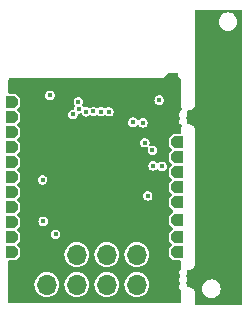
<source format=gbr>
%TF.GenerationSoftware,KiCad,Pcbnew,(5.99.0-10506-gb986797469)*%
%TF.CreationDate,2021-09-09T23:38:44+02:00*%
%TF.ProjectId,ESP31,45535033-312e-46b6-9963-61645f706362,rev?*%
%TF.SameCoordinates,Original*%
%TF.FileFunction,Copper,L2,Inr*%
%TF.FilePolarity,Positive*%
%FSLAX46Y46*%
G04 Gerber Fmt 4.6, Leading zero omitted, Abs format (unit mm)*
G04 Created by KiCad (PCBNEW (5.99.0-10506-gb986797469)) date 2021-09-09 23:38:44*
%MOMM*%
%LPD*%
G01*
G04 APERTURE LIST*
G04 Aperture macros list*
%AMOutline5P*
0 Free polygon, 5 corners , with rotation*
0 The origin of the aperture is its center*
0 number of corners: always 8*
0 $1 to $10 corner X, Y*
0 $11 Rotation angle, in degrees counterclockwise*
0 create outline with 8 corners*
4,1,5,$1,$2,$3,$4,$5,$6,$7,$8,$9,$10,$1,$2,$11*%
%AMOutline6P*
0 Free polygon, 6 corners , with rotation*
0 The origin of the aperture is its center*
0 number of corners: always 6*
0 $1 to $12 corner X, Y*
0 $13 Rotation angle, in degrees counterclockwise*
0 create outline with 6 corners*
4,1,6,$1,$2,$3,$4,$5,$6,$7,$8,$9,$10,$11,$12,$1,$2,$13*%
%AMOutline7P*
0 Free polygon, 7 corners , with rotation*
0 The origin of the aperture is its center*
0 number of corners: always 7*
0 $1 to $14 corner X, Y*
0 $15 Rotation angle, in degrees counterclockwise*
0 create outline with 7 corners*
4,1,7,$1,$2,$3,$4,$5,$6,$7,$8,$9,$10,$11,$12,$13,$14,$1,$2,$15*%
%AMOutline8P*
0 Free polygon, 8 corners , with rotation*
0 The origin of the aperture is its center*
0 number of corners: always 8*
0 $1 to $16 corner X, Y*
0 $17 Rotation angle, in degrees counterclockwise*
0 create outline with 8 corners*
4,1,8,$1,$2,$3,$4,$5,$6,$7,$8,$9,$10,$11,$12,$13,$14,$15,$16,$1,$2,$17*%
G04 Aperture macros list end*
%TA.AperFunction,ComponentPad*%
%ADD10Outline6P,0.250000X-0.500000X-0.500000X-0.500000X-0.500000X0.500000X0.250000X0.500000X0.500000X0.250000X0.500000X-0.250000X180.000000*%
%TD*%
%TA.AperFunction,ComponentPad*%
%ADD11Outline6P,0.250000X-0.500000X-0.500000X-0.500000X-0.500000X0.500000X0.250000X0.500000X0.500000X0.250000X0.500000X-0.250000X0.000000*%
%TD*%
%TA.AperFunction,ComponentPad*%
%ADD12R,0.900000X0.500000*%
%TD*%
%TA.AperFunction,ComponentPad*%
%ADD13R,1.700000X1.700000*%
%TD*%
%TA.AperFunction,ComponentPad*%
%ADD14O,1.700000X1.700000*%
%TD*%
%TA.AperFunction,ViaPad*%
%ADD15C,0.400000*%
%TD*%
G04 APERTURE END LIST*
D10*
%TO.N,/IO5*%
%TO.C,J10*%
X118500000Y-107780000D03*
%TD*%
%TO.N,/IO21*%
%TO.C,J15*%
X118500000Y-101180000D03*
%TD*%
%TO.N,/IO10*%
%TO.C,J12*%
X118500000Y-109230000D03*
%TD*%
D11*
%TO.N,/IO34*%
%TO.C,J23*%
X104500000Y-102870000D03*
%TD*%
D10*
%TO.N,/IO19*%
%TO.C,J14*%
X118500000Y-103720000D03*
%TD*%
%TO.N,/IO9*%
%TO.C,J11*%
X118500000Y-110500000D03*
%TD*%
%TO.N,/IO23*%
%TO.C,J17*%
X118500000Y-104990000D03*
%TD*%
D11*
%TO.N,/IO35*%
%TO.C,J24*%
X104500000Y-100330000D03*
%TD*%
%TO.N,/IO25*%
%TO.C,J18*%
X104500000Y-107950000D03*
%TD*%
%TO.N,/IO27*%
%TO.C,J20*%
X104500000Y-110490000D03*
%TD*%
%TO.N,/IO33*%
%TO.C,J22*%
X104500000Y-106680000D03*
%TD*%
%TO.N,/IO26*%
%TO.C,J19*%
X104500000Y-109220000D03*
%TD*%
D10*
%TO.N,/IO18*%
%TO.C,J13*%
X118500000Y-106260000D03*
%TD*%
D12*
%TO.N,GND*%
%TO.C,AE1*%
X118150000Y-95625000D03*
%TD*%
D11*
%TO.N,/CAPN*%
%TO.C,J5*%
X104500000Y-105410000D03*
%TD*%
%TO.N,/SENS_VN*%
%TO.C,J6*%
X104500000Y-104140000D03*
%TD*%
D10*
%TO.N,/IO22*%
%TO.C,J16*%
X118500000Y-102450000D03*
%TD*%
D11*
%TO.N,/SENS_VP*%
%TO.C,J3*%
X104500000Y-97790000D03*
%TD*%
%TO.N,/IO32*%
%TO.C,J21*%
X104500000Y-101600000D03*
%TD*%
%TO.N,/CAPP*%
%TO.C,J4*%
X104500000Y-99060000D03*
%TD*%
D13*
%TO.N,GND*%
%TO.C,J1*%
X107460000Y-110725000D03*
D14*
%TO.N,/IO1*%
X107460000Y-113265000D03*
%TO.N,/IO2*%
X110000000Y-110725000D03*
%TO.N,/IO4*%
X110000000Y-113265000D03*
%TO.N,/IO0*%
X112540000Y-110725000D03*
%TO.N,/EN*%
X112540000Y-113265000D03*
%TO.N,/IO3*%
X115080000Y-110725000D03*
%TO.N,+3V3*%
X115080000Y-113265000D03*
%TD*%
D15*
%TO.N,GND*%
X117350000Y-96150000D03*
X116130000Y-97680000D03*
X105200000Y-96200000D03*
X109100000Y-109150000D03*
X113900000Y-97100000D03*
X104550000Y-96200000D03*
X113550000Y-96200000D03*
X111840000Y-112000000D03*
X114850000Y-98150000D03*
X108580000Y-107330000D03*
X118500000Y-98500000D03*
X116530000Y-97200000D03*
X116750000Y-96050000D03*
X111500000Y-103000000D03*
X106650000Y-98200000D03*
X108508800Y-97256600D03*
X104500000Y-113750000D03*
X110500000Y-102000000D03*
X108740000Y-113670000D03*
X118500000Y-97750000D03*
X106050000Y-96200000D03*
X118500000Y-100000000D03*
X115350000Y-96050000D03*
X116750000Y-96600000D03*
X115150000Y-96600000D03*
X112500000Y-102000000D03*
X112500000Y-104000000D03*
X118500000Y-96250000D03*
X111750000Y-96200000D03*
X118500000Y-99250000D03*
X114503200Y-96800000D03*
X114400000Y-96200000D03*
X113374500Y-97587566D03*
X110150000Y-96200000D03*
X118500000Y-112750000D03*
X104500000Y-112750000D03*
X118500000Y-97000000D03*
X110500000Y-104000000D03*
X110810000Y-109140000D03*
X118500000Y-113750000D03*
X115450000Y-98050000D03*
X114450000Y-98700000D03*
%TO.N,/EN*%
X107725000Y-97227600D03*
X110162095Y-98373291D03*
%TO.N,+3V3*%
X110124000Y-97775000D03*
X114750000Y-99500000D03*
X116396800Y-101896800D03*
X115750000Y-101250000D03*
X107100000Y-104400000D03*
X116961978Y-97635519D03*
X116000000Y-105750000D03*
%TO.N,/IO1*%
X116464297Y-103214297D03*
%TO.N,/IO2*%
X107150980Y-107900000D03*
X115590000Y-99560000D03*
%TO.N,/IO4*%
X108200000Y-109000000D03*
%TO.N,/IO3*%
X117211935Y-103241894D03*
%TO.N,/SENS_VN*%
X110808929Y-98625870D03*
%TO.N,/SENS_VP*%
X112700500Y-98625000D03*
%TO.N,/CAPP*%
X112057502Y-98617052D03*
%TO.N,/CAPN*%
X111408098Y-98605879D03*
%TO.N,/IO34*%
X109668798Y-98858724D03*
%TD*%
%TA.AperFunction,NonConductor*%
G36*
X123959191Y-90018907D02*
G01*
X123995155Y-90068407D01*
X124000000Y-90099000D01*
X124000000Y-114901000D01*
X123981093Y-114959191D01*
X123931593Y-114995155D01*
X123901000Y-115000000D01*
X120099000Y-115000000D01*
X120040809Y-114981093D01*
X120004845Y-114931593D01*
X120000000Y-114901000D01*
X120000000Y-114025613D01*
X120001957Y-114009265D01*
X120005286Y-114007741D01*
X120002667Y-113936096D01*
X120004416Y-113934687D01*
X120002359Y-113927681D01*
X120002092Y-113920381D01*
X119999985Y-113919597D01*
X119964095Y-113797364D01*
X119965583Y-113795221D01*
X119961685Y-113789156D01*
X119959654Y-113782238D01*
X119957060Y-113781959D01*
X119888207Y-113674820D01*
X119889031Y-113672346D01*
X119883583Y-113667626D01*
X119879684Y-113661558D01*
X119877116Y-113662021D01*
X119850844Y-113639256D01*
X119799243Y-113594544D01*
X120618519Y-113594544D01*
X120636731Y-113767816D01*
X120692878Y-113932747D01*
X120784170Y-114081139D01*
X120906069Y-114205619D01*
X120910723Y-114208618D01*
X120910725Y-114208620D01*
X121047866Y-114297001D01*
X121052518Y-114299999D01*
X121216236Y-114359588D01*
X121350111Y-114376500D01*
X121444575Y-114376500D01*
X121468451Y-114373822D01*
X121567643Y-114362696D01*
X121567647Y-114362695D01*
X121573140Y-114362079D01*
X121737675Y-114304782D01*
X121885427Y-114212456D01*
X122009053Y-114089691D01*
X122102408Y-113942587D01*
X122160852Y-113778456D01*
X122181481Y-113605456D01*
X122163269Y-113432184D01*
X122107122Y-113267253D01*
X122015830Y-113118861D01*
X121893931Y-112994381D01*
X121889277Y-112991382D01*
X121889275Y-112991380D01*
X121752134Y-112902999D01*
X121747482Y-112900001D01*
X121583764Y-112840412D01*
X121449889Y-112823500D01*
X121355425Y-112823500D01*
X121331549Y-112826178D01*
X121232357Y-112837304D01*
X121232353Y-112837305D01*
X121226860Y-112837921D01*
X121062325Y-112895218D01*
X120914573Y-112987544D01*
X120871554Y-113030263D01*
X120800233Y-113101088D01*
X120790947Y-113110309D01*
X120697592Y-113257413D01*
X120639148Y-113421544D01*
X120638493Y-113427037D01*
X120621068Y-113573171D01*
X120618519Y-113594544D01*
X119799243Y-113594544D01*
X119789322Y-113585948D01*
X119789321Y-113585947D01*
X119780868Y-113578623D01*
X119780962Y-113576016D01*
X119774403Y-113573021D01*
X119768954Y-113568299D01*
X119766621Y-113569467D01*
X119664221Y-113522702D01*
X119660939Y-113521203D01*
X119660937Y-113521203D01*
X119650776Y-113516562D01*
X119650131Y-113514034D01*
X119642994Y-113513008D01*
X119636436Y-113510013D01*
X119634527Y-113511790D01*
X119508468Y-113493666D01*
X119507137Y-113491422D01*
X119500000Y-113492448D01*
X119492863Y-113491422D01*
X119491532Y-113493666D01*
X119465499Y-113497409D01*
X119405210Y-113486976D01*
X119362568Y-113443098D01*
X119352779Y-113390876D01*
X119353698Y-113380263D01*
X119353698Y-113380261D01*
X119354404Y-113372108D01*
X119326262Y-113258814D01*
X119262939Y-113160744D01*
X119262502Y-113160399D01*
X119238992Y-113108326D01*
X119251401Y-113048413D01*
X119264697Y-113030263D01*
X119291574Y-113001188D01*
X119297130Y-112995178D01*
X119300438Y-112987695D01*
X119300440Y-112987692D01*
X119341023Y-112895893D01*
X119341024Y-112895890D01*
X119344331Y-112888409D01*
X119349573Y-112827892D01*
X119353698Y-112780261D01*
X119353698Y-112780260D01*
X119354404Y-112772108D01*
X119326262Y-112658814D01*
X119262939Y-112560744D01*
X119262502Y-112560399D01*
X119238992Y-112508326D01*
X119251401Y-112448413D01*
X119264697Y-112430263D01*
X119291574Y-112401188D01*
X119297130Y-112395178D01*
X119300438Y-112387695D01*
X119300440Y-112387692D01*
X119341023Y-112295893D01*
X119341024Y-112295890D01*
X119344331Y-112288409D01*
X119349573Y-112227892D01*
X119353698Y-112180261D01*
X119353698Y-112180260D01*
X119354404Y-112172108D01*
X119342093Y-112122546D01*
X119346414Y-112061513D01*
X119385785Y-112014677D01*
X119445166Y-111999927D01*
X119452262Y-112000688D01*
X119491532Y-112006334D01*
X119492863Y-112008578D01*
X119500000Y-112007552D01*
X119507137Y-112008578D01*
X119508468Y-112006334D01*
X119634527Y-111988210D01*
X119636436Y-111989987D01*
X119642994Y-111986992D01*
X119650131Y-111985966D01*
X119650776Y-111983438D01*
X119700469Y-111960744D01*
X119756455Y-111935176D01*
X119756456Y-111935175D01*
X119766621Y-111930533D01*
X119768954Y-111931701D01*
X119774403Y-111926979D01*
X119780962Y-111923984D01*
X119780868Y-111921377D01*
X119785894Y-111917022D01*
X119785896Y-111917021D01*
X119847470Y-111863667D01*
X119877116Y-111837979D01*
X119879684Y-111838442D01*
X119883583Y-111832374D01*
X119889031Y-111827654D01*
X119888207Y-111825180D01*
X119957060Y-111718041D01*
X119959654Y-111717762D01*
X119961685Y-111710844D01*
X119965583Y-111704779D01*
X119964095Y-111702636D01*
X119999985Y-111580403D01*
X120002092Y-111579619D01*
X120002359Y-111572319D01*
X120004416Y-111565313D01*
X120002667Y-111563904D01*
X120005286Y-111492259D01*
X120001833Y-111490678D01*
X120000000Y-111477559D01*
X120000000Y-100225613D01*
X120001957Y-100209265D01*
X120005286Y-100207741D01*
X120002667Y-100136096D01*
X120004416Y-100134687D01*
X120002359Y-100127681D01*
X120002092Y-100120381D01*
X119999985Y-100119597D01*
X119964095Y-99997364D01*
X119965583Y-99995221D01*
X119961685Y-99989156D01*
X119959654Y-99982238D01*
X119957060Y-99981959D01*
X119888207Y-99874820D01*
X119889031Y-99872346D01*
X119883583Y-99867626D01*
X119879684Y-99861558D01*
X119877116Y-99862021D01*
X119780868Y-99778623D01*
X119780962Y-99776016D01*
X119774403Y-99773021D01*
X119768954Y-99768299D01*
X119766621Y-99769467D01*
X119760571Y-99766704D01*
X119660939Y-99721203D01*
X119660937Y-99721203D01*
X119650776Y-99716562D01*
X119650131Y-99714034D01*
X119642994Y-99713008D01*
X119636436Y-99710013D01*
X119634527Y-99711790D01*
X119508468Y-99693666D01*
X119507137Y-99691422D01*
X119500000Y-99692448D01*
X119492863Y-99691422D01*
X119491532Y-99693666D01*
X119414335Y-99704765D01*
X119354046Y-99694332D01*
X119311403Y-99650454D01*
X119302696Y-99589891D01*
X119309700Y-99566744D01*
X119341023Y-99495893D01*
X119341024Y-99495890D01*
X119344331Y-99488409D01*
X119349573Y-99427892D01*
X119353698Y-99380261D01*
X119353698Y-99380260D01*
X119354404Y-99372108D01*
X119326262Y-99258814D01*
X119262939Y-99160744D01*
X119262502Y-99160399D01*
X119238992Y-99108326D01*
X119251401Y-99048413D01*
X119264697Y-99030263D01*
X119291574Y-99001188D01*
X119297130Y-98995178D01*
X119300438Y-98987695D01*
X119300440Y-98987692D01*
X119341023Y-98895893D01*
X119341024Y-98895890D01*
X119344331Y-98888409D01*
X119349573Y-98827892D01*
X119353698Y-98780261D01*
X119353698Y-98780260D01*
X119354404Y-98772108D01*
X119326262Y-98658814D01*
X119318742Y-98647167D01*
X119303062Y-98588026D01*
X119325138Y-98530963D01*
X119376540Y-98497773D01*
X119416000Y-98495475D01*
X119466975Y-98502803D01*
X119491532Y-98506334D01*
X119492863Y-98508578D01*
X119500000Y-98507552D01*
X119507137Y-98508578D01*
X119508468Y-98506334D01*
X119634527Y-98488210D01*
X119636436Y-98489987D01*
X119642994Y-98486992D01*
X119650131Y-98485966D01*
X119650776Y-98483438D01*
X119664221Y-98477298D01*
X119756455Y-98435176D01*
X119756456Y-98435175D01*
X119766621Y-98430533D01*
X119768954Y-98431701D01*
X119774403Y-98426979D01*
X119780962Y-98423984D01*
X119780868Y-98421377D01*
X119785894Y-98417022D01*
X119785896Y-98417021D01*
X119834054Y-98375291D01*
X119877116Y-98337979D01*
X119879684Y-98338442D01*
X119883583Y-98332374D01*
X119889031Y-98327654D01*
X119888207Y-98325180D01*
X119957060Y-98218041D01*
X119959654Y-98217762D01*
X119961685Y-98210844D01*
X119965583Y-98204779D01*
X119964095Y-98202636D01*
X119999985Y-98080403D01*
X120002092Y-98079619D01*
X120002359Y-98072319D01*
X120004416Y-98065313D01*
X120002667Y-98063904D01*
X120005286Y-97992259D01*
X120001833Y-97990678D01*
X120000000Y-97977559D01*
X120000000Y-90994544D01*
X122018519Y-90994544D01*
X122036731Y-91167816D01*
X122092878Y-91332747D01*
X122184170Y-91481139D01*
X122306069Y-91605619D01*
X122310723Y-91608618D01*
X122310725Y-91608620D01*
X122447866Y-91697001D01*
X122452518Y-91699999D01*
X122616236Y-91759588D01*
X122750111Y-91776500D01*
X122844575Y-91776500D01*
X122868451Y-91773822D01*
X122967643Y-91762696D01*
X122967647Y-91762695D01*
X122973140Y-91762079D01*
X123137675Y-91704782D01*
X123285427Y-91612456D01*
X123409053Y-91489691D01*
X123502408Y-91342587D01*
X123560852Y-91178456D01*
X123581481Y-91005456D01*
X123563269Y-90832184D01*
X123507122Y-90667253D01*
X123415830Y-90518861D01*
X123293931Y-90394381D01*
X123289277Y-90391382D01*
X123289275Y-90391380D01*
X123152134Y-90302999D01*
X123147482Y-90300001D01*
X122983764Y-90240412D01*
X122849889Y-90223500D01*
X122755425Y-90223500D01*
X122731549Y-90226178D01*
X122632357Y-90237304D01*
X122632353Y-90237305D01*
X122626860Y-90237921D01*
X122462325Y-90295218D01*
X122314573Y-90387544D01*
X122190947Y-90510309D01*
X122097592Y-90657413D01*
X122039148Y-90821544D01*
X122018519Y-90994544D01*
X120000000Y-90994544D01*
X120000000Y-90099000D01*
X120018907Y-90040809D01*
X120068407Y-90004845D01*
X120099000Y-90000000D01*
X123901000Y-90000000D01*
X123959191Y-90018907D01*
G37*
%TD.AperFunction*%
%TA.AperFunction,Conductor*%
%TO.N,GND*%
G36*
X118417774Y-95418907D02*
G01*
X118428869Y-95428286D01*
X118770286Y-95762806D01*
X118798618Y-95817036D01*
X118800000Y-95833520D01*
X118800000Y-97946418D01*
X118798228Y-97965063D01*
X118794329Y-97985395D01*
X118794534Y-97990994D01*
X118796157Y-98035375D01*
X118793067Y-98035488D01*
X118793232Y-98037213D01*
X118795457Y-98037080D01*
X118795457Y-98037082D01*
X118797360Y-98069002D01*
X118797466Y-98071202D01*
X118798553Y-98100909D01*
X118799467Y-98104335D01*
X118799689Y-98108052D01*
X118801265Y-98113421D01*
X118801266Y-98113424D01*
X118807806Y-98135697D01*
X118808467Y-98138057D01*
X118816842Y-98169434D01*
X118813845Y-98170234D01*
X118814175Y-98172146D01*
X118818164Y-98170974D01*
X118818165Y-98170975D01*
X118834816Y-98227683D01*
X118835009Y-98228619D01*
X118834443Y-98234073D01*
X118845714Y-98265419D01*
X118847537Y-98271008D01*
X118852389Y-98287532D01*
X118855099Y-98292379D01*
X118855883Y-98294245D01*
X118856604Y-98295708D01*
X118858499Y-98300976D01*
X118861526Y-98305686D01*
X118861527Y-98305688D01*
X118867700Y-98315294D01*
X118870823Y-98320497D01*
X118886524Y-98348575D01*
X118898422Y-98408593D01*
X118872771Y-98464141D01*
X118847128Y-98484019D01*
X118782112Y-98519100D01*
X118776559Y-98525108D01*
X118776558Y-98525108D01*
X118767540Y-98534864D01*
X118702870Y-98604822D01*
X118699562Y-98612305D01*
X118699560Y-98612308D01*
X118658977Y-98704107D01*
X118658976Y-98704110D01*
X118655669Y-98711591D01*
X118654963Y-98719739D01*
X118654963Y-98719740D01*
X118649928Y-98777871D01*
X118645596Y-98827892D01*
X118647569Y-98835834D01*
X118647569Y-98835836D01*
X118655987Y-98869723D01*
X118673738Y-98941186D01*
X118678177Y-98948060D01*
X118678177Y-98948061D01*
X118684247Y-98957462D01*
X118737061Y-99039256D01*
X118737498Y-99039601D01*
X118761008Y-99091674D01*
X118748599Y-99151587D01*
X118735304Y-99169736D01*
X118702870Y-99204822D01*
X118699562Y-99212305D01*
X118699560Y-99212308D01*
X118658977Y-99304107D01*
X118658976Y-99304110D01*
X118655669Y-99311591D01*
X118654963Y-99319739D01*
X118654963Y-99319740D01*
X118646302Y-99419739D01*
X118645596Y-99427892D01*
X118647569Y-99435834D01*
X118647569Y-99435836D01*
X118668672Y-99520792D01*
X118673738Y-99541186D01*
X118737061Y-99639256D01*
X118743486Y-99644321D01*
X118743487Y-99644322D01*
X118782899Y-99675391D01*
X118828737Y-99711527D01*
X118836459Y-99714239D01*
X118843628Y-99718180D01*
X118842236Y-99720711D01*
X118880092Y-99749608D01*
X118897617Y-99808230D01*
X118884968Y-99854357D01*
X118870942Y-99879337D01*
X118867903Y-99884391D01*
X118861603Y-99894193D01*
X118861601Y-99894197D01*
X118858603Y-99898862D01*
X118856717Y-99904078D01*
X118855811Y-99905911D01*
X118855182Y-99907405D01*
X118852443Y-99912283D01*
X118850867Y-99917652D01*
X118850864Y-99917658D01*
X118847645Y-99928621D01*
X118845758Y-99934387D01*
X118838278Y-99955076D01*
X118838277Y-99955081D01*
X118834488Y-99965562D01*
X118835061Y-99971175D01*
X118834844Y-99972221D01*
X118818219Y-100028841D01*
X118815264Y-100027973D01*
X118814873Y-100029664D01*
X118817014Y-100030239D01*
X118808707Y-100061145D01*
X118808093Y-100063327D01*
X118799744Y-100091763D01*
X118799527Y-100095303D01*
X118798560Y-100098899D01*
X118798355Y-100104498D01*
X118798355Y-100104500D01*
X118797507Y-100127699D01*
X118797388Y-100130137D01*
X118795397Y-100162555D01*
X118792301Y-100162365D01*
X118792008Y-100164283D01*
X118796164Y-100164435D01*
X118794336Y-100214413D01*
X118795372Y-100219865D01*
X118798261Y-100235074D01*
X118800000Y-100253551D01*
X118800000Y-100380500D01*
X118781093Y-100438691D01*
X118731593Y-100474655D01*
X118701000Y-100479500D01*
X118166950Y-100479500D01*
X117799500Y-100846950D01*
X117799500Y-101513050D01*
X118031446Y-101744996D01*
X118059223Y-101799513D01*
X118049652Y-101859945D01*
X118031446Y-101885004D01*
X117799500Y-102116950D01*
X117799500Y-102783050D01*
X118031446Y-103014996D01*
X118059223Y-103069513D01*
X118049652Y-103129945D01*
X118031446Y-103155004D01*
X117799500Y-103386950D01*
X117799500Y-104053050D01*
X118031446Y-104284996D01*
X118059223Y-104339513D01*
X118049652Y-104399945D01*
X118031446Y-104425004D01*
X117799500Y-104656950D01*
X117799500Y-105323050D01*
X118031446Y-105554996D01*
X118059223Y-105609513D01*
X118049652Y-105669945D01*
X118031446Y-105695004D01*
X117799500Y-105926950D01*
X117799500Y-106593050D01*
X118156446Y-106949996D01*
X118184223Y-107004513D01*
X118174652Y-107064945D01*
X118156446Y-107090004D01*
X117799500Y-107446950D01*
X117799500Y-108113050D01*
X118121446Y-108434996D01*
X118149223Y-108489513D01*
X118139652Y-108549945D01*
X118121446Y-108575004D01*
X117799500Y-108896950D01*
X117799500Y-109563050D01*
X118031446Y-109794996D01*
X118059223Y-109849513D01*
X118049652Y-109909945D01*
X118031446Y-109935004D01*
X117799500Y-110166950D01*
X117799500Y-110833050D01*
X118166950Y-111200500D01*
X118701000Y-111200500D01*
X118759191Y-111219407D01*
X118795155Y-111268907D01*
X118800000Y-111299500D01*
X118800000Y-111446418D01*
X118798228Y-111465063D01*
X118794329Y-111485395D01*
X118794534Y-111490994D01*
X118796157Y-111535375D01*
X118793067Y-111535488D01*
X118793232Y-111537213D01*
X118795457Y-111537080D01*
X118795457Y-111537082D01*
X118797360Y-111569002D01*
X118797466Y-111571202D01*
X118798553Y-111600909D01*
X118799467Y-111604335D01*
X118799689Y-111608052D01*
X118801265Y-111613421D01*
X118801266Y-111613424D01*
X118807806Y-111635697D01*
X118808467Y-111638057D01*
X118816842Y-111669434D01*
X118813845Y-111670234D01*
X118814175Y-111672146D01*
X118818164Y-111670974D01*
X118818165Y-111670975D01*
X118834816Y-111727683D01*
X118835009Y-111728619D01*
X118834443Y-111734073D01*
X118845714Y-111765419D01*
X118847537Y-111771008D01*
X118852389Y-111787533D01*
X118850824Y-111787993D01*
X118855328Y-111841728D01*
X118823625Y-111894060D01*
X118805960Y-111906232D01*
X118782112Y-111919100D01*
X118702870Y-112004822D01*
X118699562Y-112012305D01*
X118699560Y-112012308D01*
X118658977Y-112104107D01*
X118658976Y-112104110D01*
X118655669Y-112111591D01*
X118654963Y-112119739D01*
X118654963Y-112119740D01*
X118647324Y-112207937D01*
X118645596Y-112227892D01*
X118647569Y-112235834D01*
X118647569Y-112235836D01*
X118662085Y-112294273D01*
X118673738Y-112341186D01*
X118678177Y-112348060D01*
X118678177Y-112348061D01*
X118703739Y-112387650D01*
X118737061Y-112439256D01*
X118737498Y-112439601D01*
X118761008Y-112491674D01*
X118748599Y-112551587D01*
X118735304Y-112569736D01*
X118702870Y-112604822D01*
X118699562Y-112612305D01*
X118699560Y-112612308D01*
X118658977Y-112704107D01*
X118658976Y-112704110D01*
X118655669Y-112711591D01*
X118654963Y-112719739D01*
X118654963Y-112719740D01*
X118646302Y-112819739D01*
X118645596Y-112827892D01*
X118673738Y-112941186D01*
X118737061Y-113039256D01*
X118737498Y-113039601D01*
X118761008Y-113091674D01*
X118748599Y-113151587D01*
X118735304Y-113169736D01*
X118702870Y-113204822D01*
X118699562Y-113212305D01*
X118699560Y-113212308D01*
X118658977Y-113304107D01*
X118658976Y-113304110D01*
X118655669Y-113311591D01*
X118654963Y-113319739D01*
X118654963Y-113319740D01*
X118654018Y-113330648D01*
X118645596Y-113427892D01*
X118647569Y-113435834D01*
X118647569Y-113435836D01*
X118661525Y-113492018D01*
X118673738Y-113541186D01*
X118737061Y-113639256D01*
X118743486Y-113644321D01*
X118743487Y-113644322D01*
X118795614Y-113685415D01*
X118829607Y-113736289D01*
X118829314Y-113791052D01*
X118818219Y-113828840D01*
X118815264Y-113827972D01*
X118814873Y-113829664D01*
X118817014Y-113830239D01*
X118808707Y-113861145D01*
X118808093Y-113863327D01*
X118799744Y-113891763D01*
X118799527Y-113895303D01*
X118798560Y-113898899D01*
X118798355Y-113904498D01*
X118798355Y-113904500D01*
X118797507Y-113927699D01*
X118797388Y-113930137D01*
X118795397Y-113962555D01*
X118792301Y-113962365D01*
X118792008Y-113964283D01*
X118796164Y-113964435D01*
X118794336Y-114014413D01*
X118795372Y-114019865D01*
X118798261Y-114035074D01*
X118800000Y-114053551D01*
X118800000Y-114701000D01*
X118781093Y-114759191D01*
X118731593Y-114795155D01*
X118701000Y-114800000D01*
X104299000Y-114800000D01*
X104240809Y-114781093D01*
X104204845Y-114731593D01*
X104200000Y-114701000D01*
X104200000Y-113250263D01*
X106404603Y-113250263D01*
X106408548Y-113297240D01*
X106420809Y-113443257D01*
X106421840Y-113455538D01*
X106423173Y-113460186D01*
X106423173Y-113460187D01*
X106474521Y-113639256D01*
X106478621Y-113653555D01*
X106572782Y-113836773D01*
X106700737Y-113998212D01*
X106704417Y-114001344D01*
X106704419Y-114001346D01*
X106765760Y-114053551D01*
X106857612Y-114131723D01*
X106861835Y-114134083D01*
X106861839Y-114134086D01*
X106907243Y-114159461D01*
X107037432Y-114232221D01*
X107042030Y-114233715D01*
X107228742Y-114294382D01*
X107228745Y-114294383D01*
X107233347Y-114295878D01*
X107437895Y-114320269D01*
X107442717Y-114319898D01*
X107442720Y-114319898D01*
X107638458Y-114304837D01*
X107638463Y-114304836D01*
X107643286Y-114304465D01*
X107841695Y-114249068D01*
X107872089Y-114233715D01*
X108021244Y-114158371D01*
X108021246Y-114158370D01*
X108025565Y-114156188D01*
X108187893Y-114029363D01*
X108191055Y-114025700D01*
X108191060Y-114025695D01*
X108300341Y-113899091D01*
X108322496Y-113873424D01*
X108329472Y-113861145D01*
X108421858Y-113698517D01*
X108421859Y-113698514D01*
X108424247Y-113694311D01*
X108427207Y-113685415D01*
X108487743Y-113503435D01*
X108487743Y-113503433D01*
X108489270Y-113498844D01*
X108490133Y-113492018D01*
X108511896Y-113319740D01*
X108515088Y-113294471D01*
X108515131Y-113291440D01*
X108515461Y-113267776D01*
X108515500Y-113265000D01*
X108515230Y-113262244D01*
X108514055Y-113250263D01*
X108944603Y-113250263D01*
X108948548Y-113297240D01*
X108960809Y-113443257D01*
X108961840Y-113455538D01*
X108963173Y-113460186D01*
X108963173Y-113460187D01*
X109014521Y-113639256D01*
X109018621Y-113653555D01*
X109112782Y-113836773D01*
X109240737Y-113998212D01*
X109244417Y-114001344D01*
X109244419Y-114001346D01*
X109305760Y-114053551D01*
X109397612Y-114131723D01*
X109401835Y-114134083D01*
X109401839Y-114134086D01*
X109447243Y-114159461D01*
X109577432Y-114232221D01*
X109582030Y-114233715D01*
X109768742Y-114294382D01*
X109768745Y-114294383D01*
X109773347Y-114295878D01*
X109977895Y-114320269D01*
X109982717Y-114319898D01*
X109982720Y-114319898D01*
X110178458Y-114304837D01*
X110178463Y-114304836D01*
X110183286Y-114304465D01*
X110381695Y-114249068D01*
X110412089Y-114233715D01*
X110561244Y-114158371D01*
X110561246Y-114158370D01*
X110565565Y-114156188D01*
X110727893Y-114029363D01*
X110731055Y-114025700D01*
X110731060Y-114025695D01*
X110840341Y-113899091D01*
X110862496Y-113873424D01*
X110869472Y-113861145D01*
X110961858Y-113698517D01*
X110961859Y-113698514D01*
X110964247Y-113694311D01*
X110967207Y-113685415D01*
X111027743Y-113503435D01*
X111027743Y-113503433D01*
X111029270Y-113498844D01*
X111030133Y-113492018D01*
X111051896Y-113319740D01*
X111055088Y-113294471D01*
X111055131Y-113291440D01*
X111055461Y-113267776D01*
X111055500Y-113265000D01*
X111055230Y-113262244D01*
X111054055Y-113250263D01*
X111484603Y-113250263D01*
X111488548Y-113297240D01*
X111500809Y-113443257D01*
X111501840Y-113455538D01*
X111503173Y-113460186D01*
X111503173Y-113460187D01*
X111554521Y-113639256D01*
X111558621Y-113653555D01*
X111652782Y-113836773D01*
X111780737Y-113998212D01*
X111784417Y-114001344D01*
X111784419Y-114001346D01*
X111845760Y-114053551D01*
X111937612Y-114131723D01*
X111941835Y-114134083D01*
X111941839Y-114134086D01*
X111987243Y-114159461D01*
X112117432Y-114232221D01*
X112122030Y-114233715D01*
X112308742Y-114294382D01*
X112308745Y-114294383D01*
X112313347Y-114295878D01*
X112517895Y-114320269D01*
X112522717Y-114319898D01*
X112522720Y-114319898D01*
X112718458Y-114304837D01*
X112718463Y-114304836D01*
X112723286Y-114304465D01*
X112921695Y-114249068D01*
X112952089Y-114233715D01*
X113101244Y-114158371D01*
X113101246Y-114158370D01*
X113105565Y-114156188D01*
X113267893Y-114029363D01*
X113271055Y-114025700D01*
X113271060Y-114025695D01*
X113380341Y-113899091D01*
X113402496Y-113873424D01*
X113409472Y-113861145D01*
X113501858Y-113698517D01*
X113501859Y-113698514D01*
X113504247Y-113694311D01*
X113507207Y-113685415D01*
X113567743Y-113503435D01*
X113567743Y-113503433D01*
X113569270Y-113498844D01*
X113570133Y-113492018D01*
X113591896Y-113319740D01*
X113595088Y-113294471D01*
X113595131Y-113291440D01*
X113595461Y-113267776D01*
X113595500Y-113265000D01*
X113595230Y-113262244D01*
X113594055Y-113250263D01*
X114024603Y-113250263D01*
X114028548Y-113297240D01*
X114040809Y-113443257D01*
X114041840Y-113455538D01*
X114043173Y-113460186D01*
X114043173Y-113460187D01*
X114094521Y-113639256D01*
X114098621Y-113653555D01*
X114192782Y-113836773D01*
X114320737Y-113998212D01*
X114324417Y-114001344D01*
X114324419Y-114001346D01*
X114385760Y-114053551D01*
X114477612Y-114131723D01*
X114481835Y-114134083D01*
X114481839Y-114134086D01*
X114527243Y-114159461D01*
X114657432Y-114232221D01*
X114662030Y-114233715D01*
X114848742Y-114294382D01*
X114848745Y-114294383D01*
X114853347Y-114295878D01*
X115057895Y-114320269D01*
X115062717Y-114319898D01*
X115062720Y-114319898D01*
X115258458Y-114304837D01*
X115258463Y-114304836D01*
X115263286Y-114304465D01*
X115461695Y-114249068D01*
X115492089Y-114233715D01*
X115641244Y-114158371D01*
X115641246Y-114158370D01*
X115645565Y-114156188D01*
X115807893Y-114029363D01*
X115811055Y-114025700D01*
X115811060Y-114025695D01*
X115920341Y-113899091D01*
X115942496Y-113873424D01*
X115949472Y-113861145D01*
X116041858Y-113698517D01*
X116041859Y-113698514D01*
X116044247Y-113694311D01*
X116047207Y-113685415D01*
X116107743Y-113503435D01*
X116107743Y-113503433D01*
X116109270Y-113498844D01*
X116110133Y-113492018D01*
X116131896Y-113319740D01*
X116135088Y-113294471D01*
X116135131Y-113291440D01*
X116135461Y-113267776D01*
X116135500Y-113265000D01*
X116135230Y-113262244D01*
X116115870Y-113064796D01*
X116115869Y-113064792D01*
X116115398Y-113059986D01*
X116112493Y-113050362D01*
X116077132Y-112933243D01*
X116055858Y-112862780D01*
X115959148Y-112680895D01*
X115828952Y-112521259D01*
X115812734Y-112507842D01*
X115673955Y-112393034D01*
X115673953Y-112393033D01*
X115670228Y-112389951D01*
X115489023Y-112291973D01*
X115425952Y-112272449D01*
X115296859Y-112232488D01*
X115296855Y-112232487D01*
X115292238Y-112231058D01*
X115287431Y-112230553D01*
X115287427Y-112230552D01*
X115092185Y-112210032D01*
X115092183Y-112210032D01*
X115087369Y-112209526D01*
X115019372Y-112215714D01*
X114887039Y-112227757D01*
X114887036Y-112227758D01*
X114882219Y-112228196D01*
X114877577Y-112229562D01*
X114877573Y-112229563D01*
X114689250Y-112284989D01*
X114689247Y-112284990D01*
X114684603Y-112286357D01*
X114680309Y-112288602D01*
X114506344Y-112379548D01*
X114506340Y-112379551D01*
X114502047Y-112381795D01*
X114498271Y-112384831D01*
X114498268Y-112384833D01*
X114434744Y-112435908D01*
X114341505Y-112510874D01*
X114268736Y-112597597D01*
X114212202Y-112664971D01*
X114212199Y-112664975D01*
X114209093Y-112668677D01*
X114109853Y-112849194D01*
X114047565Y-113045549D01*
X114024603Y-113250263D01*
X113594055Y-113250263D01*
X113575870Y-113064796D01*
X113575869Y-113064792D01*
X113575398Y-113059986D01*
X113572493Y-113050362D01*
X113537132Y-112933243D01*
X113515858Y-112862780D01*
X113419148Y-112680895D01*
X113288952Y-112521259D01*
X113272734Y-112507842D01*
X113133955Y-112393034D01*
X113133953Y-112393033D01*
X113130228Y-112389951D01*
X112949023Y-112291973D01*
X112885952Y-112272449D01*
X112756859Y-112232488D01*
X112756855Y-112232487D01*
X112752238Y-112231058D01*
X112747431Y-112230553D01*
X112747427Y-112230552D01*
X112552185Y-112210032D01*
X112552183Y-112210032D01*
X112547369Y-112209526D01*
X112479372Y-112215714D01*
X112347039Y-112227757D01*
X112347036Y-112227758D01*
X112342219Y-112228196D01*
X112337577Y-112229562D01*
X112337573Y-112229563D01*
X112149250Y-112284989D01*
X112149247Y-112284990D01*
X112144603Y-112286357D01*
X112140309Y-112288602D01*
X111966344Y-112379548D01*
X111966340Y-112379551D01*
X111962047Y-112381795D01*
X111958271Y-112384831D01*
X111958268Y-112384833D01*
X111894744Y-112435908D01*
X111801505Y-112510874D01*
X111728736Y-112597597D01*
X111672202Y-112664971D01*
X111672199Y-112664975D01*
X111669093Y-112668677D01*
X111569853Y-112849194D01*
X111507565Y-113045549D01*
X111484603Y-113250263D01*
X111054055Y-113250263D01*
X111035870Y-113064796D01*
X111035869Y-113064792D01*
X111035398Y-113059986D01*
X111032493Y-113050362D01*
X110997132Y-112933243D01*
X110975858Y-112862780D01*
X110879148Y-112680895D01*
X110748952Y-112521259D01*
X110732734Y-112507842D01*
X110593955Y-112393034D01*
X110593953Y-112393033D01*
X110590228Y-112389951D01*
X110409023Y-112291973D01*
X110345952Y-112272449D01*
X110216859Y-112232488D01*
X110216855Y-112232487D01*
X110212238Y-112231058D01*
X110207431Y-112230553D01*
X110207427Y-112230552D01*
X110012185Y-112210032D01*
X110012183Y-112210032D01*
X110007369Y-112209526D01*
X109939372Y-112215714D01*
X109807039Y-112227757D01*
X109807036Y-112227758D01*
X109802219Y-112228196D01*
X109797577Y-112229562D01*
X109797573Y-112229563D01*
X109609250Y-112284989D01*
X109609247Y-112284990D01*
X109604603Y-112286357D01*
X109600309Y-112288602D01*
X109426344Y-112379548D01*
X109426340Y-112379551D01*
X109422047Y-112381795D01*
X109418271Y-112384831D01*
X109418268Y-112384833D01*
X109354744Y-112435908D01*
X109261505Y-112510874D01*
X109188736Y-112597597D01*
X109132202Y-112664971D01*
X109132199Y-112664975D01*
X109129093Y-112668677D01*
X109029853Y-112849194D01*
X108967565Y-113045549D01*
X108944603Y-113250263D01*
X108514055Y-113250263D01*
X108495870Y-113064796D01*
X108495869Y-113064792D01*
X108495398Y-113059986D01*
X108492493Y-113050362D01*
X108457132Y-112933243D01*
X108435858Y-112862780D01*
X108339148Y-112680895D01*
X108208952Y-112521259D01*
X108192734Y-112507842D01*
X108053955Y-112393034D01*
X108053953Y-112393033D01*
X108050228Y-112389951D01*
X107869023Y-112291973D01*
X107805952Y-112272449D01*
X107676859Y-112232488D01*
X107676855Y-112232487D01*
X107672238Y-112231058D01*
X107667431Y-112230553D01*
X107667427Y-112230552D01*
X107472185Y-112210032D01*
X107472183Y-112210032D01*
X107467369Y-112209526D01*
X107399372Y-112215714D01*
X107267039Y-112227757D01*
X107267036Y-112227758D01*
X107262219Y-112228196D01*
X107257577Y-112229562D01*
X107257573Y-112229563D01*
X107069250Y-112284989D01*
X107069247Y-112284990D01*
X107064603Y-112286357D01*
X107060309Y-112288602D01*
X106886344Y-112379548D01*
X106886340Y-112379551D01*
X106882047Y-112381795D01*
X106878271Y-112384831D01*
X106878268Y-112384833D01*
X106814744Y-112435908D01*
X106721505Y-112510874D01*
X106648736Y-112597597D01*
X106592202Y-112664971D01*
X106592199Y-112664975D01*
X106589093Y-112668677D01*
X106489853Y-112849194D01*
X106427565Y-113045549D01*
X106404603Y-113250263D01*
X104200000Y-113250263D01*
X104200000Y-111289500D01*
X104218907Y-111231309D01*
X104268407Y-111195345D01*
X104299000Y-111190500D01*
X104833050Y-111190500D01*
X105200500Y-110823050D01*
X105200500Y-110710263D01*
X108944603Y-110710263D01*
X108961840Y-110915538D01*
X108963173Y-110920186D01*
X108963173Y-110920187D01*
X108990400Y-111015136D01*
X109018621Y-111113555D01*
X109112782Y-111296773D01*
X109240737Y-111458212D01*
X109244417Y-111461344D01*
X109244419Y-111461346D01*
X109280843Y-111492345D01*
X109397612Y-111591723D01*
X109401835Y-111594083D01*
X109401839Y-111594086D01*
X109453058Y-111622711D01*
X109577432Y-111692221D01*
X109582030Y-111693715D01*
X109768742Y-111754382D01*
X109768745Y-111754383D01*
X109773347Y-111755878D01*
X109977895Y-111780269D01*
X109982717Y-111779898D01*
X109982720Y-111779898D01*
X110178458Y-111764837D01*
X110178463Y-111764836D01*
X110183286Y-111764465D01*
X110381695Y-111709068D01*
X110412633Y-111693440D01*
X110561244Y-111618371D01*
X110561246Y-111618370D01*
X110565565Y-111616188D01*
X110727893Y-111489363D01*
X110731055Y-111485700D01*
X110731060Y-111485695D01*
X110859332Y-111337089D01*
X110862496Y-111333424D01*
X110885766Y-111292463D01*
X110961858Y-111158517D01*
X110961859Y-111158514D01*
X110964247Y-111154311D01*
X110979355Y-111108897D01*
X111027743Y-110963435D01*
X111027743Y-110963433D01*
X111029270Y-110958844D01*
X111034154Y-110920187D01*
X111054740Y-110757225D01*
X111055088Y-110754471D01*
X111055500Y-110725000D01*
X111054055Y-110710263D01*
X111484603Y-110710263D01*
X111501840Y-110915538D01*
X111503173Y-110920186D01*
X111503173Y-110920187D01*
X111530400Y-111015136D01*
X111558621Y-111113555D01*
X111652782Y-111296773D01*
X111780737Y-111458212D01*
X111784417Y-111461344D01*
X111784419Y-111461346D01*
X111820843Y-111492345D01*
X111937612Y-111591723D01*
X111941835Y-111594083D01*
X111941839Y-111594086D01*
X111993058Y-111622711D01*
X112117432Y-111692221D01*
X112122030Y-111693715D01*
X112308742Y-111754382D01*
X112308745Y-111754383D01*
X112313347Y-111755878D01*
X112517895Y-111780269D01*
X112522717Y-111779898D01*
X112522720Y-111779898D01*
X112718458Y-111764837D01*
X112718463Y-111764836D01*
X112723286Y-111764465D01*
X112921695Y-111709068D01*
X112952633Y-111693440D01*
X113101244Y-111618371D01*
X113101246Y-111618370D01*
X113105565Y-111616188D01*
X113267893Y-111489363D01*
X113271055Y-111485700D01*
X113271060Y-111485695D01*
X113399332Y-111337089D01*
X113402496Y-111333424D01*
X113425766Y-111292463D01*
X113501858Y-111158517D01*
X113501859Y-111158514D01*
X113504247Y-111154311D01*
X113519355Y-111108897D01*
X113567743Y-110963435D01*
X113567743Y-110963433D01*
X113569270Y-110958844D01*
X113574154Y-110920187D01*
X113594740Y-110757225D01*
X113595088Y-110754471D01*
X113595500Y-110725000D01*
X113594055Y-110710263D01*
X114024603Y-110710263D01*
X114041840Y-110915538D01*
X114043173Y-110920186D01*
X114043173Y-110920187D01*
X114070400Y-111015136D01*
X114098621Y-111113555D01*
X114192782Y-111296773D01*
X114320737Y-111458212D01*
X114324417Y-111461344D01*
X114324419Y-111461346D01*
X114360843Y-111492345D01*
X114477612Y-111591723D01*
X114481835Y-111594083D01*
X114481839Y-111594086D01*
X114533058Y-111622711D01*
X114657432Y-111692221D01*
X114662030Y-111693715D01*
X114848742Y-111754382D01*
X114848745Y-111754383D01*
X114853347Y-111755878D01*
X115057895Y-111780269D01*
X115062717Y-111779898D01*
X115062720Y-111779898D01*
X115258458Y-111764837D01*
X115258463Y-111764836D01*
X115263286Y-111764465D01*
X115461695Y-111709068D01*
X115492633Y-111693440D01*
X115641244Y-111618371D01*
X115641246Y-111618370D01*
X115645565Y-111616188D01*
X115807893Y-111489363D01*
X115811055Y-111485700D01*
X115811060Y-111485695D01*
X115939332Y-111337089D01*
X115942496Y-111333424D01*
X115965766Y-111292463D01*
X116041858Y-111158517D01*
X116041859Y-111158514D01*
X116044247Y-111154311D01*
X116059355Y-111108897D01*
X116107743Y-110963435D01*
X116107743Y-110963433D01*
X116109270Y-110958844D01*
X116114154Y-110920187D01*
X116134740Y-110757225D01*
X116135088Y-110754471D01*
X116135500Y-110725000D01*
X116115398Y-110519986D01*
X116112493Y-110510362D01*
X116057256Y-110327412D01*
X116055858Y-110322780D01*
X115959148Y-110140895D01*
X115828952Y-109981259D01*
X115806095Y-109962350D01*
X115673955Y-109853034D01*
X115673953Y-109853033D01*
X115670228Y-109849951D01*
X115550097Y-109784996D01*
X115493277Y-109754273D01*
X115493276Y-109754272D01*
X115489023Y-109751973D01*
X115425952Y-109732449D01*
X115296859Y-109692488D01*
X115296855Y-109692487D01*
X115292238Y-109691058D01*
X115287431Y-109690553D01*
X115287427Y-109690552D01*
X115092185Y-109670032D01*
X115092183Y-109670032D01*
X115087369Y-109669526D01*
X115019372Y-109675714D01*
X114887039Y-109687757D01*
X114887036Y-109687758D01*
X114882219Y-109688196D01*
X114877577Y-109689562D01*
X114877573Y-109689563D01*
X114689250Y-109744989D01*
X114689247Y-109744990D01*
X114684603Y-109746357D01*
X114644593Y-109767274D01*
X114506344Y-109839548D01*
X114506340Y-109839551D01*
X114502047Y-109841795D01*
X114498271Y-109844831D01*
X114498268Y-109844833D01*
X114466361Y-109870487D01*
X114341505Y-109970874D01*
X114329643Y-109985011D01*
X114212202Y-110124971D01*
X114212199Y-110124975D01*
X114209093Y-110128677D01*
X114109853Y-110309194D01*
X114047565Y-110505549D01*
X114024603Y-110710263D01*
X113594055Y-110710263D01*
X113575398Y-110519986D01*
X113572493Y-110510362D01*
X113517256Y-110327412D01*
X113515858Y-110322780D01*
X113419148Y-110140895D01*
X113288952Y-109981259D01*
X113266095Y-109962350D01*
X113133955Y-109853034D01*
X113133953Y-109853033D01*
X113130228Y-109849951D01*
X113010097Y-109784996D01*
X112953277Y-109754273D01*
X112953276Y-109754272D01*
X112949023Y-109751973D01*
X112885952Y-109732449D01*
X112756859Y-109692488D01*
X112756855Y-109692487D01*
X112752238Y-109691058D01*
X112747431Y-109690553D01*
X112747427Y-109690552D01*
X112552185Y-109670032D01*
X112552183Y-109670032D01*
X112547369Y-109669526D01*
X112479372Y-109675714D01*
X112347039Y-109687757D01*
X112347036Y-109687758D01*
X112342219Y-109688196D01*
X112337577Y-109689562D01*
X112337573Y-109689563D01*
X112149250Y-109744989D01*
X112149247Y-109744990D01*
X112144603Y-109746357D01*
X112104593Y-109767274D01*
X111966344Y-109839548D01*
X111966340Y-109839551D01*
X111962047Y-109841795D01*
X111958271Y-109844831D01*
X111958268Y-109844833D01*
X111926361Y-109870487D01*
X111801505Y-109970874D01*
X111789643Y-109985011D01*
X111672202Y-110124971D01*
X111672199Y-110124975D01*
X111669093Y-110128677D01*
X111569853Y-110309194D01*
X111507565Y-110505549D01*
X111484603Y-110710263D01*
X111054055Y-110710263D01*
X111035398Y-110519986D01*
X111032493Y-110510362D01*
X110977256Y-110327412D01*
X110975858Y-110322780D01*
X110879148Y-110140895D01*
X110748952Y-109981259D01*
X110726095Y-109962350D01*
X110593955Y-109853034D01*
X110593953Y-109853033D01*
X110590228Y-109849951D01*
X110470097Y-109784996D01*
X110413277Y-109754273D01*
X110413276Y-109754272D01*
X110409023Y-109751973D01*
X110345952Y-109732449D01*
X110216859Y-109692488D01*
X110216855Y-109692487D01*
X110212238Y-109691058D01*
X110207431Y-109690553D01*
X110207427Y-109690552D01*
X110012185Y-109670032D01*
X110012183Y-109670032D01*
X110007369Y-109669526D01*
X109939372Y-109675714D01*
X109807039Y-109687757D01*
X109807036Y-109687758D01*
X109802219Y-109688196D01*
X109797577Y-109689562D01*
X109797573Y-109689563D01*
X109609250Y-109744989D01*
X109609247Y-109744990D01*
X109604603Y-109746357D01*
X109564593Y-109767274D01*
X109426344Y-109839548D01*
X109426340Y-109839551D01*
X109422047Y-109841795D01*
X109418271Y-109844831D01*
X109418268Y-109844833D01*
X109386361Y-109870487D01*
X109261505Y-109970874D01*
X109249643Y-109985011D01*
X109132202Y-110124971D01*
X109132199Y-110124975D01*
X109129093Y-110128677D01*
X109029853Y-110309194D01*
X108967565Y-110505549D01*
X108944603Y-110710263D01*
X105200500Y-110710263D01*
X105200500Y-110156950D01*
X104968554Y-109925004D01*
X104940777Y-109870487D01*
X104950348Y-109810055D01*
X104968554Y-109784996D01*
X105200500Y-109553050D01*
X105200500Y-109000000D01*
X107794500Y-109000000D01*
X107814347Y-109125306D01*
X107871944Y-109238347D01*
X107961653Y-109328056D01*
X107968590Y-109331591D01*
X107968592Y-109331592D01*
X108067754Y-109382117D01*
X108074694Y-109385653D01*
X108082388Y-109386872D01*
X108082389Y-109386872D01*
X108192304Y-109404281D01*
X108200000Y-109405500D01*
X108207696Y-109404281D01*
X108317611Y-109386872D01*
X108317612Y-109386872D01*
X108325306Y-109385653D01*
X108332246Y-109382117D01*
X108431408Y-109331592D01*
X108431410Y-109331591D01*
X108438347Y-109328056D01*
X108528056Y-109238347D01*
X108585653Y-109125306D01*
X108605500Y-109000000D01*
X108601176Y-108972702D01*
X108586872Y-108882389D01*
X108586872Y-108882388D01*
X108585653Y-108874694D01*
X108528056Y-108761653D01*
X108438347Y-108671944D01*
X108431410Y-108668409D01*
X108431408Y-108668408D01*
X108332246Y-108617883D01*
X108325306Y-108614347D01*
X108317612Y-108613128D01*
X108317611Y-108613128D01*
X108207696Y-108595719D01*
X108200000Y-108594500D01*
X108192304Y-108595719D01*
X108082389Y-108613128D01*
X108082388Y-108613128D01*
X108074694Y-108614347D01*
X108067754Y-108617883D01*
X107968592Y-108668408D01*
X107968590Y-108668409D01*
X107961653Y-108671944D01*
X107871944Y-108761653D01*
X107814347Y-108874694D01*
X107813128Y-108882388D01*
X107813128Y-108882389D01*
X107798824Y-108972702D01*
X107794500Y-109000000D01*
X105200500Y-109000000D01*
X105200500Y-108886950D01*
X104968554Y-108655004D01*
X104940777Y-108600487D01*
X104950348Y-108540055D01*
X104968554Y-108514996D01*
X105200500Y-108283050D01*
X105200500Y-107900000D01*
X106745480Y-107900000D01*
X106765327Y-108025306D01*
X106768863Y-108032246D01*
X106810035Y-108113050D01*
X106822924Y-108138347D01*
X106912633Y-108228056D01*
X106919570Y-108231591D01*
X106919572Y-108231592D01*
X106999620Y-108272378D01*
X107025674Y-108285653D01*
X107033368Y-108286872D01*
X107033369Y-108286872D01*
X107143284Y-108304281D01*
X107150980Y-108305500D01*
X107158676Y-108304281D01*
X107268591Y-108286872D01*
X107268592Y-108286872D01*
X107276286Y-108285653D01*
X107302340Y-108272378D01*
X107382388Y-108231592D01*
X107382390Y-108231591D01*
X107389327Y-108228056D01*
X107479036Y-108138347D01*
X107491926Y-108113050D01*
X107533097Y-108032246D01*
X107536633Y-108025306D01*
X107556480Y-107900000D01*
X107536633Y-107774694D01*
X107479036Y-107661653D01*
X107389327Y-107571944D01*
X107382390Y-107568409D01*
X107382388Y-107568408D01*
X107283226Y-107517883D01*
X107276286Y-107514347D01*
X107268592Y-107513128D01*
X107268591Y-107513128D01*
X107158676Y-107495719D01*
X107150980Y-107494500D01*
X107143284Y-107495719D01*
X107033369Y-107513128D01*
X107033368Y-107513128D01*
X107025674Y-107514347D01*
X107018734Y-107517883D01*
X106919572Y-107568408D01*
X106919570Y-107568409D01*
X106912633Y-107571944D01*
X106822924Y-107661653D01*
X106765327Y-107774694D01*
X106745480Y-107900000D01*
X105200500Y-107900000D01*
X105200500Y-107616950D01*
X104968554Y-107385004D01*
X104940777Y-107330487D01*
X104950348Y-107270055D01*
X104968554Y-107244996D01*
X105200500Y-107013050D01*
X105200500Y-106346950D01*
X104968554Y-106115004D01*
X104940777Y-106060487D01*
X104950348Y-106000055D01*
X104968554Y-105974996D01*
X105193550Y-105750000D01*
X115594500Y-105750000D01*
X115614347Y-105875306D01*
X115617883Y-105882246D01*
X115646113Y-105937650D01*
X115671944Y-105988347D01*
X115761653Y-106078056D01*
X115768590Y-106081591D01*
X115768592Y-106081592D01*
X115867754Y-106132117D01*
X115874694Y-106135653D01*
X115882388Y-106136872D01*
X115882389Y-106136872D01*
X115992304Y-106154281D01*
X116000000Y-106155500D01*
X116007696Y-106154281D01*
X116117611Y-106136872D01*
X116117612Y-106136872D01*
X116125306Y-106135653D01*
X116132246Y-106132117D01*
X116231408Y-106081592D01*
X116231410Y-106081591D01*
X116238347Y-106078056D01*
X116328056Y-105988347D01*
X116353888Y-105937650D01*
X116382117Y-105882246D01*
X116385653Y-105875306D01*
X116405500Y-105750000D01*
X116385653Y-105624694D01*
X116377918Y-105609513D01*
X116331592Y-105518592D01*
X116331591Y-105518590D01*
X116328056Y-105511653D01*
X116238347Y-105421944D01*
X116231410Y-105418409D01*
X116231408Y-105418408D01*
X116132246Y-105367883D01*
X116125306Y-105364347D01*
X116117612Y-105363128D01*
X116117611Y-105363128D01*
X116007696Y-105345719D01*
X116000000Y-105344500D01*
X115992304Y-105345719D01*
X115882389Y-105363128D01*
X115882388Y-105363128D01*
X115874694Y-105364347D01*
X115867754Y-105367883D01*
X115768592Y-105418408D01*
X115768590Y-105418409D01*
X115761653Y-105421944D01*
X115671944Y-105511653D01*
X115668409Y-105518590D01*
X115668408Y-105518592D01*
X115622082Y-105609513D01*
X115614347Y-105624694D01*
X115594500Y-105750000D01*
X105193550Y-105750000D01*
X105200500Y-105743050D01*
X105200500Y-105076950D01*
X104968554Y-104845004D01*
X104940777Y-104790487D01*
X104950348Y-104730055D01*
X104968554Y-104704996D01*
X105200500Y-104473050D01*
X105200500Y-104400000D01*
X106694500Y-104400000D01*
X106695719Y-104407696D01*
X106704376Y-104462350D01*
X106714347Y-104525306D01*
X106771944Y-104638347D01*
X106861653Y-104728056D01*
X106868590Y-104731591D01*
X106868592Y-104731592D01*
X106953786Y-104775000D01*
X106974694Y-104785653D01*
X106982388Y-104786872D01*
X106982389Y-104786872D01*
X107092304Y-104804281D01*
X107100000Y-104805500D01*
X107107696Y-104804281D01*
X107217611Y-104786872D01*
X107217612Y-104786872D01*
X107225306Y-104785653D01*
X107246214Y-104775000D01*
X107331408Y-104731592D01*
X107331410Y-104731591D01*
X107338347Y-104728056D01*
X107428056Y-104638347D01*
X107485653Y-104525306D01*
X107495625Y-104462350D01*
X107504281Y-104407696D01*
X107505500Y-104400000D01*
X107485653Y-104274694D01*
X107482117Y-104267754D01*
X107431592Y-104168592D01*
X107431591Y-104168590D01*
X107428056Y-104161653D01*
X107338347Y-104071944D01*
X107331410Y-104068409D01*
X107331408Y-104068408D01*
X107232246Y-104017883D01*
X107225306Y-104014347D01*
X107217612Y-104013128D01*
X107217611Y-104013128D01*
X107107696Y-103995719D01*
X107100000Y-103994500D01*
X107092304Y-103995719D01*
X106982389Y-104013128D01*
X106982388Y-104013128D01*
X106974694Y-104014347D01*
X106967754Y-104017883D01*
X106868592Y-104068408D01*
X106868590Y-104068409D01*
X106861653Y-104071944D01*
X106771944Y-104161653D01*
X106768409Y-104168590D01*
X106768408Y-104168592D01*
X106717883Y-104267754D01*
X106714347Y-104274694D01*
X106694500Y-104400000D01*
X105200500Y-104400000D01*
X105200500Y-103806950D01*
X104968554Y-103575004D01*
X104940777Y-103520487D01*
X104950348Y-103460055D01*
X104968554Y-103434996D01*
X105189253Y-103214297D01*
X116058797Y-103214297D01*
X116078644Y-103339603D01*
X116082180Y-103346543D01*
X116097509Y-103376627D01*
X116136241Y-103452644D01*
X116225950Y-103542353D01*
X116232887Y-103545888D01*
X116232889Y-103545889D01*
X116269306Y-103564444D01*
X116338991Y-103599950D01*
X116346685Y-103601169D01*
X116346686Y-103601169D01*
X116456601Y-103618578D01*
X116464297Y-103619797D01*
X116471993Y-103618578D01*
X116581908Y-103601169D01*
X116581909Y-103601169D01*
X116589603Y-103599950D01*
X116659288Y-103564444D01*
X116695705Y-103545889D01*
X116695707Y-103545888D01*
X116702644Y-103542353D01*
X116708150Y-103536847D01*
X116708154Y-103536844D01*
X116754315Y-103490684D01*
X116808832Y-103462907D01*
X116869264Y-103472479D01*
X116894322Y-103490684D01*
X116973588Y-103569950D01*
X116980525Y-103573485D01*
X116980527Y-103573486D01*
X117079689Y-103624011D01*
X117086629Y-103627547D01*
X117094323Y-103628766D01*
X117094324Y-103628766D01*
X117204239Y-103646175D01*
X117211935Y-103647394D01*
X117219631Y-103646175D01*
X117329546Y-103628766D01*
X117329547Y-103628766D01*
X117337241Y-103627547D01*
X117344181Y-103624011D01*
X117443343Y-103573486D01*
X117443345Y-103573485D01*
X117450282Y-103569950D01*
X117539991Y-103480241D01*
X117550277Y-103460055D01*
X117594052Y-103374140D01*
X117597588Y-103367200D01*
X117617435Y-103241894D01*
X117597588Y-103116588D01*
X117594052Y-103109648D01*
X117543527Y-103010486D01*
X117543526Y-103010484D01*
X117539991Y-103003547D01*
X117450282Y-102913838D01*
X117443345Y-102910303D01*
X117443343Y-102910302D01*
X117344181Y-102859777D01*
X117337241Y-102856241D01*
X117329547Y-102855022D01*
X117329546Y-102855022D01*
X117219631Y-102837613D01*
X117211935Y-102836394D01*
X117204239Y-102837613D01*
X117094324Y-102855022D01*
X117094323Y-102855022D01*
X117086629Y-102856241D01*
X117079689Y-102859777D01*
X116980527Y-102910302D01*
X116980525Y-102910303D01*
X116973588Y-102913838D01*
X116968082Y-102919344D01*
X116968078Y-102919347D01*
X116921919Y-102965507D01*
X116867403Y-102993285D01*
X116806971Y-102983714D01*
X116781911Y-102965508D01*
X116702644Y-102886241D01*
X116695707Y-102882706D01*
X116695705Y-102882705D01*
X116596543Y-102832180D01*
X116589603Y-102828644D01*
X116581909Y-102827425D01*
X116581908Y-102827425D01*
X116471993Y-102810016D01*
X116464297Y-102808797D01*
X116456601Y-102810016D01*
X116346686Y-102827425D01*
X116346685Y-102827425D01*
X116338991Y-102828644D01*
X116332051Y-102832180D01*
X116232889Y-102882705D01*
X116232887Y-102882706D01*
X116225950Y-102886241D01*
X116136241Y-102975950D01*
X116132706Y-102982887D01*
X116132705Y-102982889D01*
X116118644Y-103010486D01*
X116078644Y-103088991D01*
X116058797Y-103214297D01*
X105189253Y-103214297D01*
X105200500Y-103203050D01*
X105200500Y-102536950D01*
X104968554Y-102305004D01*
X104940777Y-102250487D01*
X104950348Y-102190055D01*
X104968554Y-102164996D01*
X105200500Y-101933050D01*
X105200500Y-101266950D01*
X105183550Y-101250000D01*
X115344500Y-101250000D01*
X115364347Y-101375306D01*
X115367883Y-101382246D01*
X115397928Y-101441212D01*
X115421944Y-101488347D01*
X115511653Y-101578056D01*
X115518590Y-101581591D01*
X115518592Y-101581592D01*
X115600434Y-101623292D01*
X115624694Y-101635653D01*
X115632388Y-101636872D01*
X115632389Y-101636872D01*
X115722037Y-101651071D01*
X115733882Y-101652947D01*
X115742304Y-101654281D01*
X115750000Y-101655500D01*
X115757696Y-101654281D01*
X115766119Y-101652947D01*
X115777963Y-101651071D01*
X115867611Y-101636872D01*
X115867612Y-101636872D01*
X115875306Y-101635653D01*
X115882246Y-101632117D01*
X115889660Y-101629708D01*
X115890200Y-101631371D01*
X115941216Y-101623292D01*
X115995732Y-101651071D01*
X116023509Y-101705588D01*
X116015429Y-101756600D01*
X116017092Y-101757140D01*
X116014683Y-101764554D01*
X116011147Y-101771494D01*
X115991300Y-101896800D01*
X116011147Y-102022106D01*
X116014683Y-102029046D01*
X116064910Y-102127622D01*
X116068744Y-102135147D01*
X116158453Y-102224856D01*
X116165390Y-102228391D01*
X116165392Y-102228392D01*
X116264554Y-102278917D01*
X116271494Y-102282453D01*
X116279188Y-102283672D01*
X116279189Y-102283672D01*
X116389104Y-102301081D01*
X116396800Y-102302300D01*
X116404496Y-102301081D01*
X116514411Y-102283672D01*
X116514412Y-102283672D01*
X116522106Y-102282453D01*
X116529046Y-102278917D01*
X116628208Y-102228392D01*
X116628210Y-102228391D01*
X116635147Y-102224856D01*
X116724856Y-102135147D01*
X116728691Y-102127622D01*
X116778917Y-102029046D01*
X116782453Y-102022106D01*
X116802300Y-101896800D01*
X116782453Y-101771494D01*
X116749923Y-101707650D01*
X116728392Y-101665392D01*
X116728391Y-101665390D01*
X116724856Y-101658453D01*
X116635147Y-101568744D01*
X116628210Y-101565209D01*
X116628208Y-101565208D01*
X116529046Y-101514683D01*
X116522106Y-101511147D01*
X116514412Y-101509928D01*
X116514411Y-101509928D01*
X116424098Y-101495624D01*
X116396800Y-101491300D01*
X116369502Y-101495624D01*
X116279189Y-101509928D01*
X116279188Y-101509928D01*
X116271494Y-101511147D01*
X116264554Y-101514683D01*
X116257140Y-101517092D01*
X116256600Y-101515429D01*
X116205584Y-101523508D01*
X116151068Y-101495729D01*
X116123291Y-101441212D01*
X116131371Y-101390200D01*
X116129708Y-101389660D01*
X116132117Y-101382246D01*
X116135653Y-101375306D01*
X116155500Y-101250000D01*
X116135653Y-101124694D01*
X116132117Y-101117754D01*
X116081592Y-101018592D01*
X116081591Y-101018590D01*
X116078056Y-101011653D01*
X115988347Y-100921944D01*
X115981410Y-100918409D01*
X115981408Y-100918408D01*
X115882246Y-100867883D01*
X115875306Y-100864347D01*
X115867612Y-100863128D01*
X115867611Y-100863128D01*
X115757696Y-100845719D01*
X115750000Y-100844500D01*
X115742304Y-100845719D01*
X115632389Y-100863128D01*
X115632388Y-100863128D01*
X115624694Y-100864347D01*
X115617754Y-100867883D01*
X115518592Y-100918408D01*
X115518590Y-100918409D01*
X115511653Y-100921944D01*
X115421944Y-101011653D01*
X115418409Y-101018590D01*
X115418408Y-101018592D01*
X115367883Y-101117754D01*
X115364347Y-101124694D01*
X115344500Y-101250000D01*
X105183550Y-101250000D01*
X104968554Y-101035004D01*
X104940777Y-100980487D01*
X104950348Y-100920055D01*
X104968554Y-100894996D01*
X105200500Y-100663050D01*
X105200500Y-99996950D01*
X104968554Y-99765004D01*
X104940777Y-99710487D01*
X104950348Y-99650055D01*
X104968554Y-99624996D01*
X105093550Y-99500000D01*
X114344500Y-99500000D01*
X114345719Y-99507696D01*
X114357985Y-99585136D01*
X114364347Y-99625306D01*
X114367883Y-99632246D01*
X114411245Y-99717348D01*
X114421944Y-99738347D01*
X114511653Y-99828056D01*
X114518590Y-99831591D01*
X114518592Y-99831592D01*
X114612298Y-99879337D01*
X114624694Y-99885653D01*
X114632388Y-99886872D01*
X114632389Y-99886872D01*
X114742304Y-99904281D01*
X114750000Y-99905500D01*
X114757696Y-99904281D01*
X114867611Y-99886872D01*
X114867612Y-99886872D01*
X114875306Y-99885653D01*
X114887702Y-99879337D01*
X114981408Y-99831592D01*
X114981410Y-99831591D01*
X114988347Y-99828056D01*
X115078056Y-99738347D01*
X115078912Y-99739203D01*
X115122087Y-99707830D01*
X115183273Y-99707826D01*
X115232775Y-99743787D01*
X115240896Y-99757038D01*
X115261944Y-99798347D01*
X115351653Y-99888056D01*
X115358590Y-99891591D01*
X115358592Y-99891592D01*
X115437543Y-99931819D01*
X115464694Y-99945653D01*
X115472388Y-99946872D01*
X115472389Y-99946872D01*
X115582304Y-99964281D01*
X115590000Y-99965500D01*
X115597696Y-99964281D01*
X115707611Y-99946872D01*
X115707612Y-99946872D01*
X115715306Y-99945653D01*
X115742457Y-99931819D01*
X115821408Y-99891592D01*
X115821410Y-99891591D01*
X115828347Y-99888056D01*
X115918056Y-99798347D01*
X115938296Y-99758625D01*
X115972117Y-99692246D01*
X115975653Y-99685306D01*
X115981509Y-99648337D01*
X115994281Y-99567696D01*
X115995500Y-99560000D01*
X115987473Y-99509319D01*
X115976872Y-99442389D01*
X115976872Y-99442388D01*
X115975653Y-99434694D01*
X115960083Y-99404136D01*
X115921592Y-99328592D01*
X115921591Y-99328590D01*
X115918056Y-99321653D01*
X115828347Y-99231944D01*
X115821410Y-99228409D01*
X115821408Y-99228408D01*
X115722246Y-99177883D01*
X115715306Y-99174347D01*
X115707612Y-99173128D01*
X115707611Y-99173128D01*
X115597696Y-99155719D01*
X115590000Y-99154500D01*
X115582304Y-99155719D01*
X115472389Y-99173128D01*
X115472388Y-99173128D01*
X115464694Y-99174347D01*
X115457754Y-99177883D01*
X115358592Y-99228408D01*
X115358590Y-99228409D01*
X115351653Y-99231944D01*
X115261944Y-99321653D01*
X115261088Y-99320797D01*
X115217913Y-99352170D01*
X115156727Y-99352174D01*
X115107225Y-99316213D01*
X115099104Y-99302962D01*
X115081592Y-99268592D01*
X115081591Y-99268590D01*
X115078056Y-99261653D01*
X114988347Y-99171944D01*
X114981410Y-99168409D01*
X114981408Y-99168408D01*
X114882246Y-99117883D01*
X114875306Y-99114347D01*
X114867612Y-99113128D01*
X114867611Y-99113128D01*
X114757696Y-99095719D01*
X114750000Y-99094500D01*
X114742304Y-99095719D01*
X114632389Y-99113128D01*
X114632388Y-99113128D01*
X114624694Y-99114347D01*
X114617754Y-99117883D01*
X114518592Y-99168408D01*
X114518590Y-99168409D01*
X114511653Y-99171944D01*
X114421944Y-99261653D01*
X114418409Y-99268590D01*
X114418408Y-99268592D01*
X114387837Y-99328592D01*
X114364347Y-99374694D01*
X114363128Y-99382388D01*
X114363128Y-99382389D01*
X114359684Y-99404136D01*
X114344500Y-99500000D01*
X105093550Y-99500000D01*
X105200500Y-99393050D01*
X105200500Y-98858724D01*
X109263298Y-98858724D01*
X109264517Y-98866420D01*
X109275771Y-98937471D01*
X109283145Y-98984030D01*
X109286681Y-98990970D01*
X109332503Y-99080900D01*
X109340742Y-99097071D01*
X109430451Y-99186780D01*
X109437388Y-99190315D01*
X109437390Y-99190316D01*
X109529897Y-99237450D01*
X109543492Y-99244377D01*
X109551186Y-99245596D01*
X109551187Y-99245596D01*
X109661102Y-99263005D01*
X109668798Y-99264224D01*
X109676494Y-99263005D01*
X109786409Y-99245596D01*
X109786410Y-99245596D01*
X109794104Y-99244377D01*
X109807699Y-99237450D01*
X109900206Y-99190316D01*
X109900208Y-99190315D01*
X109907145Y-99186780D01*
X109996854Y-99097071D01*
X110005094Y-99080900D01*
X110050915Y-98990970D01*
X110054451Y-98984030D01*
X110061826Y-98937471D01*
X110073924Y-98861085D01*
X110101702Y-98806568D01*
X110156218Y-98778791D01*
X110160143Y-98778482D01*
X110162095Y-98778791D01*
X110242011Y-98766133D01*
X110279706Y-98760163D01*
X110279707Y-98760163D01*
X110287401Y-98758944D01*
X110302647Y-98751176D01*
X110310206Y-98747325D01*
X110370638Y-98737755D01*
X110425154Y-98765534D01*
X110443359Y-98790591D01*
X110474873Y-98852441D01*
X110480873Y-98864217D01*
X110570582Y-98953926D01*
X110577519Y-98957461D01*
X110577521Y-98957462D01*
X110668709Y-99003924D01*
X110683623Y-99011523D01*
X110691317Y-99012742D01*
X110691318Y-99012742D01*
X110801233Y-99030151D01*
X110808929Y-99031370D01*
X110816625Y-99030151D01*
X110926540Y-99012742D01*
X110926541Y-99012742D01*
X110934235Y-99011523D01*
X110949149Y-99003924D01*
X111040337Y-98957462D01*
X111040339Y-98957461D01*
X111047276Y-98953926D01*
X111052782Y-98948420D01*
X111059090Y-98943837D01*
X111060155Y-98945303D01*
X111105994Y-98921948D01*
X111166426Y-98931519D01*
X111168774Y-98932958D01*
X111169751Y-98933935D01*
X111173412Y-98935800D01*
X111173413Y-98935801D01*
X111252966Y-98976335D01*
X111282792Y-98991532D01*
X111290486Y-98992751D01*
X111290487Y-98992751D01*
X111400402Y-99010160D01*
X111408098Y-99011379D01*
X111415794Y-99010160D01*
X111525709Y-98992751D01*
X111525710Y-98992751D01*
X111533404Y-98991532D01*
X111563230Y-98976335D01*
X111639506Y-98937471D01*
X111639508Y-98937470D01*
X111646445Y-98933935D01*
X111651950Y-98928430D01*
X111651957Y-98928425D01*
X111657214Y-98923168D01*
X111711732Y-98895393D01*
X111772163Y-98904967D01*
X111797218Y-98923171D01*
X111819155Y-98945108D01*
X111826092Y-98948643D01*
X111826094Y-98948644D01*
X111912660Y-98992751D01*
X111932196Y-99002705D01*
X111939890Y-99003924D01*
X111939891Y-99003924D01*
X112049806Y-99021333D01*
X112057502Y-99022552D01*
X112065198Y-99021333D01*
X112175113Y-99003924D01*
X112175114Y-99003924D01*
X112182808Y-99002705D01*
X112202344Y-98992751D01*
X112288910Y-98948644D01*
X112288912Y-98948643D01*
X112295849Y-98945108D01*
X112305023Y-98935934D01*
X112359540Y-98908157D01*
X112419972Y-98917728D01*
X112445031Y-98935934D01*
X112462153Y-98953056D01*
X112469090Y-98956591D01*
X112469092Y-98956592D01*
X112568254Y-99007117D01*
X112575194Y-99010653D01*
X112582888Y-99011872D01*
X112582889Y-99011872D01*
X112692804Y-99029281D01*
X112700500Y-99030500D01*
X112708196Y-99029281D01*
X112818111Y-99011872D01*
X112818112Y-99011872D01*
X112825806Y-99010653D01*
X112832746Y-99007117D01*
X112931908Y-98956592D01*
X112931910Y-98956591D01*
X112938847Y-98953056D01*
X113028556Y-98863347D01*
X113042574Y-98835836D01*
X113082617Y-98757246D01*
X113086153Y-98750306D01*
X113106000Y-98625000D01*
X113089227Y-98519100D01*
X113087372Y-98507389D01*
X113087372Y-98507388D01*
X113086153Y-98499694D01*
X113070841Y-98469643D01*
X113032092Y-98393592D01*
X113032091Y-98393590D01*
X113028556Y-98386653D01*
X112938847Y-98296944D01*
X112931910Y-98293409D01*
X112931908Y-98293408D01*
X112832746Y-98242883D01*
X112825806Y-98239347D01*
X112818112Y-98238128D01*
X112818111Y-98238128D01*
X112708196Y-98220719D01*
X112700500Y-98219500D01*
X112692804Y-98220719D01*
X112582889Y-98238128D01*
X112582888Y-98238128D01*
X112575194Y-98239347D01*
X112568254Y-98242883D01*
X112469092Y-98293408D01*
X112469090Y-98293409D01*
X112462153Y-98296944D01*
X112452979Y-98306118D01*
X112398462Y-98333895D01*
X112338030Y-98324324D01*
X112312971Y-98306118D01*
X112295849Y-98288996D01*
X112288912Y-98285461D01*
X112288910Y-98285460D01*
X112189748Y-98234935D01*
X112182808Y-98231399D01*
X112175114Y-98230180D01*
X112175113Y-98230180D01*
X112065198Y-98212771D01*
X112057502Y-98211552D01*
X112049806Y-98212771D01*
X111939891Y-98230180D01*
X111939890Y-98230180D01*
X111932196Y-98231399D01*
X111925256Y-98234935D01*
X111826094Y-98285460D01*
X111826092Y-98285461D01*
X111819155Y-98288996D01*
X111808394Y-98299757D01*
X111753879Y-98327537D01*
X111693446Y-98317969D01*
X111668383Y-98299761D01*
X111646445Y-98277823D01*
X111639508Y-98274288D01*
X111639506Y-98274287D01*
X111540344Y-98223762D01*
X111533404Y-98220226D01*
X111525710Y-98219007D01*
X111525709Y-98219007D01*
X111415794Y-98201598D01*
X111408098Y-98200379D01*
X111400402Y-98201598D01*
X111290487Y-98219007D01*
X111290486Y-98219007D01*
X111282792Y-98220226D01*
X111275852Y-98223762D01*
X111176690Y-98274287D01*
X111176688Y-98274288D01*
X111169751Y-98277823D01*
X111164245Y-98283329D01*
X111157937Y-98287912D01*
X111156872Y-98286446D01*
X111111033Y-98309801D01*
X111050601Y-98300230D01*
X111048253Y-98298791D01*
X111047276Y-98297814D01*
X111040272Y-98294245D01*
X110941175Y-98243753D01*
X110934235Y-98240217D01*
X110926541Y-98238998D01*
X110926540Y-98238998D01*
X110816625Y-98221589D01*
X110808929Y-98220370D01*
X110801233Y-98221589D01*
X110691318Y-98238998D01*
X110691317Y-98238998D01*
X110683623Y-98240217D01*
X110676682Y-98243754D01*
X110676681Y-98243754D01*
X110660818Y-98251836D01*
X110600386Y-98261406D01*
X110545870Y-98233627D01*
X110527665Y-98208570D01*
X110493687Y-98141883D01*
X110493686Y-98141881D01*
X110490151Y-98134944D01*
X110474731Y-98119524D01*
X110446954Y-98065007D01*
X110456525Y-98004577D01*
X110509653Y-97900306D01*
X110529500Y-97775000D01*
X110509653Y-97649694D01*
X110502431Y-97635519D01*
X116556478Y-97635519D01*
X116576325Y-97760825D01*
X116579861Y-97767765D01*
X116612073Y-97830984D01*
X116633922Y-97873866D01*
X116723631Y-97963575D01*
X116730568Y-97967110D01*
X116730570Y-97967111D01*
X116829732Y-98017636D01*
X116836672Y-98021172D01*
X116844366Y-98022391D01*
X116844367Y-98022391D01*
X116954282Y-98039800D01*
X116961978Y-98041019D01*
X116969674Y-98039800D01*
X117079589Y-98022391D01*
X117079590Y-98022391D01*
X117087284Y-98021172D01*
X117094224Y-98017636D01*
X117193386Y-97967111D01*
X117193388Y-97967110D01*
X117200325Y-97963575D01*
X117290034Y-97873866D01*
X117311884Y-97830984D01*
X117344095Y-97767765D01*
X117347631Y-97760825D01*
X117367478Y-97635519D01*
X117347631Y-97510213D01*
X117327882Y-97471453D01*
X117293570Y-97404111D01*
X117293569Y-97404109D01*
X117290034Y-97397172D01*
X117200325Y-97307463D01*
X117193388Y-97303928D01*
X117193386Y-97303927D01*
X117094224Y-97253402D01*
X117087284Y-97249866D01*
X117079590Y-97248647D01*
X117079589Y-97248647D01*
X116969674Y-97231238D01*
X116961978Y-97230019D01*
X116954282Y-97231238D01*
X116844367Y-97248647D01*
X116844366Y-97248647D01*
X116836672Y-97249866D01*
X116829732Y-97253402D01*
X116730570Y-97303927D01*
X116730568Y-97303928D01*
X116723631Y-97307463D01*
X116633922Y-97397172D01*
X116630387Y-97404109D01*
X116630386Y-97404111D01*
X116596074Y-97471453D01*
X116576325Y-97510213D01*
X116556478Y-97635519D01*
X110502431Y-97635519D01*
X110491707Y-97614472D01*
X110455592Y-97543592D01*
X110455591Y-97543590D01*
X110452056Y-97536653D01*
X110362347Y-97446944D01*
X110355410Y-97443409D01*
X110355408Y-97443408D01*
X110256246Y-97392883D01*
X110249306Y-97389347D01*
X110241612Y-97388128D01*
X110241611Y-97388128D01*
X110131696Y-97370719D01*
X110124000Y-97369500D01*
X110116304Y-97370719D01*
X110006389Y-97388128D01*
X110006388Y-97388128D01*
X109998694Y-97389347D01*
X109991754Y-97392883D01*
X109892592Y-97443408D01*
X109892590Y-97443409D01*
X109885653Y-97446944D01*
X109795944Y-97536653D01*
X109792409Y-97543590D01*
X109792408Y-97543592D01*
X109756293Y-97614472D01*
X109738347Y-97649694D01*
X109718500Y-97775000D01*
X109738347Y-97900306D01*
X109741883Y-97907246D01*
X109784555Y-97990994D01*
X109795944Y-98013347D01*
X109811364Y-98028767D01*
X109839141Y-98083284D01*
X109829570Y-98143714D01*
X109790335Y-98220719D01*
X109783345Y-98234438D01*
X109776442Y-98247985D01*
X109775223Y-98255679D01*
X109775223Y-98255680D01*
X109756969Y-98370930D01*
X109729191Y-98425447D01*
X109674675Y-98453224D01*
X109670750Y-98453533D01*
X109668798Y-98453224D01*
X109588882Y-98465882D01*
X109551187Y-98471852D01*
X109551186Y-98471852D01*
X109543492Y-98473071D01*
X109536552Y-98476607D01*
X109437390Y-98527132D01*
X109437388Y-98527133D01*
X109430451Y-98530668D01*
X109340742Y-98620377D01*
X109337207Y-98627314D01*
X109337206Y-98627316D01*
X109297287Y-98705663D01*
X109283145Y-98733418D01*
X109281926Y-98741112D01*
X109281926Y-98741113D01*
X109278058Y-98765534D01*
X109263298Y-98858724D01*
X105200500Y-98858724D01*
X105200500Y-98726950D01*
X104968554Y-98495004D01*
X104940777Y-98440487D01*
X104950348Y-98380055D01*
X104968554Y-98354996D01*
X105200500Y-98123050D01*
X105200500Y-97456950D01*
X104971150Y-97227600D01*
X107319500Y-97227600D01*
X107339347Y-97352906D01*
X107342883Y-97359846D01*
X107392360Y-97456950D01*
X107396944Y-97465947D01*
X107486653Y-97555656D01*
X107493590Y-97559191D01*
X107493592Y-97559192D01*
X107592754Y-97609717D01*
X107599694Y-97613253D01*
X107607388Y-97614472D01*
X107607389Y-97614472D01*
X107717304Y-97631881D01*
X107725000Y-97633100D01*
X107732696Y-97631881D01*
X107842611Y-97614472D01*
X107842612Y-97614472D01*
X107850306Y-97613253D01*
X107857246Y-97609717D01*
X107956408Y-97559192D01*
X107956410Y-97559191D01*
X107963347Y-97555656D01*
X108053056Y-97465947D01*
X108057641Y-97456950D01*
X108107117Y-97359846D01*
X108110653Y-97352906D01*
X108130500Y-97227600D01*
X108110653Y-97102294D01*
X108094501Y-97070593D01*
X108056592Y-96996192D01*
X108056591Y-96996190D01*
X108053056Y-96989253D01*
X107963347Y-96899544D01*
X107956410Y-96896009D01*
X107956408Y-96896008D01*
X107857246Y-96845483D01*
X107850306Y-96841947D01*
X107842612Y-96840728D01*
X107842611Y-96840728D01*
X107732696Y-96823319D01*
X107725000Y-96822100D01*
X107717304Y-96823319D01*
X107607389Y-96840728D01*
X107607388Y-96840728D01*
X107599694Y-96841947D01*
X107592754Y-96845483D01*
X107493592Y-96896008D01*
X107493590Y-96896009D01*
X107486653Y-96899544D01*
X107396944Y-96989253D01*
X107393409Y-96996190D01*
X107393408Y-96996192D01*
X107355499Y-97070593D01*
X107339347Y-97102294D01*
X107319500Y-97227600D01*
X104971150Y-97227600D01*
X104833050Y-97089500D01*
X104299000Y-97089500D01*
X104240809Y-97070593D01*
X104204845Y-97021093D01*
X104200000Y-96990500D01*
X104200000Y-95899000D01*
X104218907Y-95840809D01*
X104268407Y-95804845D01*
X104299000Y-95800000D01*
X117300000Y-95800000D01*
X117671004Y-95428996D01*
X117725521Y-95401219D01*
X117741008Y-95400000D01*
X118359583Y-95400000D01*
X118417774Y-95418907D01*
G37*
%TD.AperFunction*%
%TD*%
M02*

</source>
